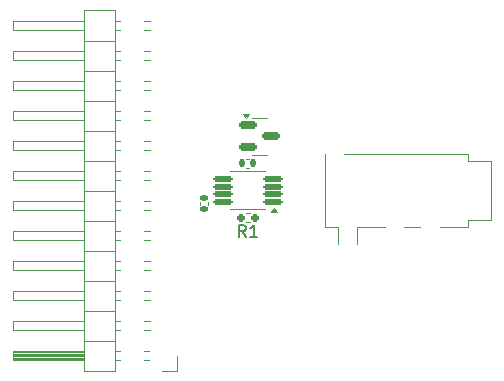
<source format=gbr>
%TF.GenerationSoftware,KiCad,Pcbnew,8.0.3-8.0.3-0~ubuntu23.10.1*%
%TF.CreationDate,2024-10-17T21:53:55-04:00*%
%TF.ProjectId,INA333,494e4133-3333-42e6-9b69-6361645f7063,rev?*%
%TF.SameCoordinates,Original*%
%TF.FileFunction,Legend,Top*%
%TF.FilePolarity,Positive*%
%FSLAX46Y46*%
G04 Gerber Fmt 4.6, Leading zero omitted, Abs format (unit mm)*
G04 Created by KiCad (PCBNEW 8.0.3-8.0.3-0~ubuntu23.10.1) date 2024-10-17 21:53:55*
%MOMM*%
%LPD*%
G01*
G04 APERTURE LIST*
G04 Aperture macros list*
%AMRoundRect*
0 Rectangle with rounded corners*
0 $1 Rounding radius*
0 $2 $3 $4 $5 $6 $7 $8 $9 X,Y pos of 4 corners*
0 Add a 4 corners polygon primitive as box body*
4,1,4,$2,$3,$4,$5,$6,$7,$8,$9,$2,$3,0*
0 Add four circle primitives for the rounded corners*
1,1,$1+$1,$2,$3*
1,1,$1+$1,$4,$5*
1,1,$1+$1,$6,$7*
1,1,$1+$1,$8,$9*
0 Add four rect primitives between the rounded corners*
20,1,$1+$1,$2,$3,$4,$5,0*
20,1,$1+$1,$4,$5,$6,$7,0*
20,1,$1+$1,$6,$7,$8,$9,0*
20,1,$1+$1,$8,$9,$2,$3,0*%
G04 Aperture macros list end*
%ADD10C,0.150000*%
%ADD11C,0.120000*%
%ADD12RoundRect,0.160000X0.197500X0.160000X-0.197500X0.160000X-0.197500X-0.160000X0.197500X-0.160000X0*%
%ADD13RoundRect,0.150000X-0.587500X-0.150000X0.587500X-0.150000X0.587500X0.150000X-0.587500X0.150000X0*%
%ADD14RoundRect,0.140000X-0.140000X-0.170000X0.140000X-0.170000X0.140000X0.170000X-0.140000X0.170000X0*%
%ADD15RoundRect,0.140000X-0.170000X0.140000X-0.170000X-0.140000X0.170000X-0.140000X0.170000X0.140000X0*%
%ADD16RoundRect,0.125000X0.687500X0.125000X-0.687500X0.125000X-0.687500X-0.125000X0.687500X-0.125000X0*%
%ADD17C,1.500000*%
%ADD18R,1.200000X2.500000*%
%ADD19R,1.700000X1.700000*%
%ADD20O,1.700000X1.700000*%
G04 APERTURE END LIST*
D10*
X122733333Y-93924819D02*
X122400000Y-93448628D01*
X122161905Y-93924819D02*
X122161905Y-92924819D01*
X122161905Y-92924819D02*
X122542857Y-92924819D01*
X122542857Y-92924819D02*
X122638095Y-92972438D01*
X122638095Y-92972438D02*
X122685714Y-93020057D01*
X122685714Y-93020057D02*
X122733333Y-93115295D01*
X122733333Y-93115295D02*
X122733333Y-93258152D01*
X122733333Y-93258152D02*
X122685714Y-93353390D01*
X122685714Y-93353390D02*
X122638095Y-93401009D01*
X122638095Y-93401009D02*
X122542857Y-93448628D01*
X122542857Y-93448628D02*
X122161905Y-93448628D01*
X123685714Y-93924819D02*
X123114286Y-93924819D01*
X123400000Y-93924819D02*
X123400000Y-92924819D01*
X123400000Y-92924819D02*
X123304762Y-93067676D01*
X123304762Y-93067676D02*
X123209524Y-93162914D01*
X123209524Y-93162914D02*
X123114286Y-93210533D01*
D11*
%TO.C,R1*%
X123067621Y-91920000D02*
X122732379Y-91920000D01*
X123067621Y-92680000D02*
X122732379Y-92680000D01*
%TO.C,U3*%
X123900000Y-83840000D02*
X123250000Y-83840000D01*
X123900000Y-83840000D02*
X124550000Y-83840000D01*
X123900000Y-86960000D02*
X123250000Y-86960000D01*
X123900000Y-86960000D02*
X124550000Y-86960000D01*
X122737500Y-83890000D02*
X122497500Y-83560000D01*
X122977500Y-83560000D01*
X122737500Y-83890000D01*
G36*
X122737500Y-83890000D02*
G01*
X122497500Y-83560000D01*
X122977500Y-83560000D01*
X122737500Y-83890000D01*
G37*
%TO.C,C2*%
X122792164Y-87340000D02*
X123007836Y-87340000D01*
X122792164Y-88060000D02*
X123007836Y-88060000D01*
%TO.C,C1*%
X119560000Y-90992164D02*
X119560000Y-91207836D01*
X118840000Y-90992164D02*
X118840000Y-91207836D01*
%TO.C,U1*%
X122900000Y-88390000D02*
X121400000Y-88390000D01*
X122900000Y-88390000D02*
X124400000Y-88390000D01*
X122900000Y-91610000D02*
X121400000Y-91610000D01*
X122900000Y-91610000D02*
X124400000Y-91610000D01*
X125352500Y-91815000D02*
X124872500Y-91815000D01*
X125112500Y-91485000D01*
X125352500Y-91815000D01*
G36*
X125352500Y-91815000D02*
G01*
X124872500Y-91815000D01*
X125112500Y-91485000D01*
X125352500Y-91815000D01*
G37*
%TO.C,J3*%
X143545000Y-92505000D02*
X143545000Y-87505000D01*
X141545000Y-93105000D02*
X141545000Y-92505000D01*
X141545000Y-93105000D02*
X139170000Y-93105000D01*
X141545000Y-92505000D02*
X143545000Y-92505000D01*
X141545000Y-87505000D02*
X143545000Y-87505000D01*
X141545000Y-87505000D02*
X141545000Y-86905000D01*
X137520000Y-93105000D02*
X136170000Y-93105000D01*
X134520000Y-93105000D02*
X132120000Y-93105000D01*
X132120000Y-93105000D02*
X132120000Y-94505000D01*
X131020000Y-86905000D02*
X141545000Y-86905000D01*
X130570000Y-93105000D02*
X130570000Y-94505000D01*
X130570000Y-93105000D02*
X129445000Y-93105000D01*
X129445000Y-86905000D02*
X129445000Y-93105000D01*
%TO.C,J1*%
X103010000Y-75655000D02*
X109010000Y-75655000D01*
X103010000Y-76415000D02*
X103010000Y-75655000D01*
X103010000Y-78195000D02*
X109010000Y-78195000D01*
X103010000Y-78955000D02*
X103010000Y-78195000D01*
X103010000Y-80735000D02*
X109010000Y-80735000D01*
X103010000Y-81495000D02*
X103010000Y-80735000D01*
X103010000Y-83275000D02*
X109010000Y-83275000D01*
X103010000Y-84035000D02*
X103010000Y-83275000D01*
X103010000Y-85815000D02*
X109010000Y-85815000D01*
X103010000Y-86575000D02*
X103010000Y-85815000D01*
X103010000Y-88355000D02*
X109010000Y-88355000D01*
X103010000Y-89115000D02*
X103010000Y-88355000D01*
X103010000Y-90895000D02*
X109010000Y-90895000D01*
X103010000Y-91655000D02*
X103010000Y-90895000D01*
X103010000Y-93435000D02*
X109010000Y-93435000D01*
X103010000Y-94195000D02*
X103010000Y-93435000D01*
X103010000Y-95975000D02*
X109010000Y-95975000D01*
X103010000Y-96735000D02*
X103010000Y-95975000D01*
X103010000Y-98515000D02*
X109010000Y-98515000D01*
X103010000Y-99275000D02*
X103010000Y-98515000D01*
X103010000Y-101055000D02*
X109010000Y-101055000D01*
X103010000Y-101815000D02*
X103010000Y-101055000D01*
X103010000Y-103595000D02*
X109010000Y-103595000D01*
X103010000Y-104355000D02*
X103010000Y-103595000D01*
X109010000Y-74705000D02*
X109010000Y-105305000D01*
X109010000Y-76415000D02*
X103010000Y-76415000D01*
X109010000Y-78955000D02*
X103010000Y-78955000D01*
X109010000Y-81495000D02*
X103010000Y-81495000D01*
X109010000Y-84035000D02*
X103010000Y-84035000D01*
X109010000Y-86575000D02*
X103010000Y-86575000D01*
X109010000Y-89115000D02*
X103010000Y-89115000D01*
X109010000Y-91655000D02*
X103010000Y-91655000D01*
X109010000Y-94195000D02*
X103010000Y-94195000D01*
X109010000Y-96735000D02*
X103010000Y-96735000D01*
X109010000Y-99275000D02*
X103010000Y-99275000D01*
X109010000Y-101815000D02*
X103010000Y-101815000D01*
X109010000Y-103695000D02*
X103010000Y-103695000D01*
X109010000Y-103815000D02*
X103010000Y-103815000D01*
X109010000Y-103935000D02*
X103010000Y-103935000D01*
X109010000Y-104055000D02*
X103010000Y-104055000D01*
X109010000Y-104175000D02*
X103010000Y-104175000D01*
X109010000Y-104295000D02*
X103010000Y-104295000D01*
X109010000Y-104355000D02*
X103010000Y-104355000D01*
X109010000Y-105305000D02*
X111670000Y-105305000D01*
X111670000Y-74705000D02*
X109010000Y-74705000D01*
X111670000Y-77305000D02*
X109010000Y-77305000D01*
X111670000Y-79845000D02*
X109010000Y-79845000D01*
X111670000Y-82385000D02*
X109010000Y-82385000D01*
X111670000Y-84925000D02*
X109010000Y-84925000D01*
X111670000Y-87465000D02*
X109010000Y-87465000D01*
X111670000Y-90005000D02*
X109010000Y-90005000D01*
X111670000Y-92545000D02*
X109010000Y-92545000D01*
X111670000Y-95085000D02*
X109010000Y-95085000D01*
X111670000Y-97625000D02*
X109010000Y-97625000D01*
X111670000Y-100165000D02*
X109010000Y-100165000D01*
X111670000Y-102705000D02*
X109010000Y-102705000D01*
X111670000Y-105305000D02*
X111670000Y-74705000D01*
X112067071Y-75655000D02*
X111670000Y-75655000D01*
X112067071Y-76415000D02*
X111670000Y-76415000D01*
X112067071Y-78195000D02*
X111670000Y-78195000D01*
X112067071Y-78955000D02*
X111670000Y-78955000D01*
X112067071Y-80735000D02*
X111670000Y-80735000D01*
X112067071Y-81495000D02*
X111670000Y-81495000D01*
X112067071Y-83275000D02*
X111670000Y-83275000D01*
X112067071Y-84035000D02*
X111670000Y-84035000D01*
X112067071Y-85815000D02*
X111670000Y-85815000D01*
X112067071Y-86575000D02*
X111670000Y-86575000D01*
X112067071Y-88355000D02*
X111670000Y-88355000D01*
X112067071Y-89115000D02*
X111670000Y-89115000D01*
X112067071Y-90895000D02*
X111670000Y-90895000D01*
X112067071Y-91655000D02*
X111670000Y-91655000D01*
X112067071Y-93435000D02*
X111670000Y-93435000D01*
X112067071Y-94195000D02*
X111670000Y-94195000D01*
X112067071Y-95975000D02*
X111670000Y-95975000D01*
X112067071Y-96735000D02*
X111670000Y-96735000D01*
X112067071Y-98515000D02*
X111670000Y-98515000D01*
X112067071Y-99275000D02*
X111670000Y-99275000D01*
X112067071Y-101055000D02*
X111670000Y-101055000D01*
X112067071Y-101815000D02*
X111670000Y-101815000D01*
X112067071Y-103595000D02*
X111670000Y-103595000D01*
X112067071Y-104355000D02*
X111670000Y-104355000D01*
X114540000Y-103595000D02*
X114152929Y-103595000D01*
X114540000Y-104355000D02*
X114152929Y-104355000D01*
X114607071Y-75655000D02*
X114152929Y-75655000D01*
X114607071Y-76415000D02*
X114152929Y-76415000D01*
X114607071Y-78195000D02*
X114152929Y-78195000D01*
X114607071Y-78955000D02*
X114152929Y-78955000D01*
X114607071Y-80735000D02*
X114152929Y-80735000D01*
X114607071Y-81495000D02*
X114152929Y-81495000D01*
X114607071Y-83275000D02*
X114152929Y-83275000D01*
X114607071Y-84035000D02*
X114152929Y-84035000D01*
X114607071Y-85815000D02*
X114152929Y-85815000D01*
X114607071Y-86575000D02*
X114152929Y-86575000D01*
X114607071Y-88355000D02*
X114152929Y-88355000D01*
X114607071Y-89115000D02*
X114152929Y-89115000D01*
X114607071Y-90895000D02*
X114152929Y-90895000D01*
X114607071Y-91655000D02*
X114152929Y-91655000D01*
X114607071Y-93435000D02*
X114152929Y-93435000D01*
X114607071Y-94195000D02*
X114152929Y-94195000D01*
X114607071Y-95975000D02*
X114152929Y-95975000D01*
X114607071Y-96735000D02*
X114152929Y-96735000D01*
X114607071Y-98515000D02*
X114152929Y-98515000D01*
X114607071Y-99275000D02*
X114152929Y-99275000D01*
X114607071Y-101055000D02*
X114152929Y-101055000D01*
X114607071Y-101815000D02*
X114152929Y-101815000D01*
X116920000Y-103975000D02*
X116920000Y-105245000D01*
X116920000Y-105245000D02*
X115650000Y-105245000D01*
%TD*%
%LPC*%
D12*
%TO.C,R1*%
X122302500Y-92300000D03*
X123497500Y-92300000D03*
%TD*%
D13*
%TO.C,U3*%
X122962500Y-84450000D03*
X122962500Y-86350000D03*
X124837500Y-85400000D03*
%TD*%
D14*
%TO.C,C2*%
X122420000Y-87700000D03*
X123380000Y-87700000D03*
%TD*%
D15*
%TO.C,C1*%
X119200000Y-90620000D03*
X119200000Y-91580000D03*
%TD*%
D16*
%TO.C,U1*%
X125012500Y-90975000D03*
X125012500Y-90325000D03*
X125012500Y-89675000D03*
X125012500Y-89025000D03*
X120787500Y-89025000D03*
X120787500Y-89675000D03*
X120787500Y-90325000D03*
X120787500Y-90975000D03*
%TD*%
D17*
%TO.C,J3*%
X139945000Y-90005000D03*
X132945000Y-90005000D03*
D18*
X135345000Y-93255000D03*
X138345000Y-93255000D03*
X130245000Y-86755000D03*
X131345000Y-93255000D03*
%TD*%
D19*
%TO.C,J1*%
X115650000Y-103975000D03*
D20*
X113110000Y-103975000D03*
X115650000Y-101435000D03*
X113110000Y-101435000D03*
X115650000Y-98895000D03*
X113110000Y-98895000D03*
X115650000Y-96355000D03*
X113110000Y-96355000D03*
X115650000Y-93815000D03*
X113110000Y-93815000D03*
X115650000Y-91275000D03*
X113110000Y-91275000D03*
X115650000Y-88735000D03*
X113110000Y-88735000D03*
X115650000Y-86195000D03*
X113110000Y-86195000D03*
X115650000Y-83655000D03*
X113110000Y-83655000D03*
X115650000Y-81115000D03*
X113110000Y-81115000D03*
X115650000Y-78575000D03*
X113110000Y-78575000D03*
X115650000Y-76035000D03*
X113110000Y-76035000D03*
%TD*%
%LPD*%
M02*

</source>
